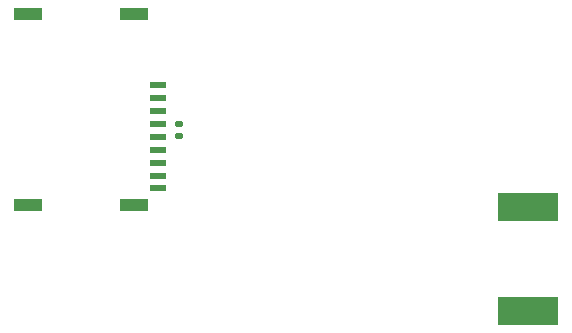
<source format=gbr>
%TF.GenerationSoftware,KiCad,Pcbnew,6.0.11-2627ca5db0~126~ubuntu22.04.1*%
%TF.CreationDate,2023-03-24T18:23:20-04:00*%
%TF.ProjectId,Io,496f2e6b-6963-4616-945f-706362585858,rev?*%
%TF.SameCoordinates,Original*%
%TF.FileFunction,Paste,Bot*%
%TF.FilePolarity,Positive*%
%FSLAX46Y46*%
G04 Gerber Fmt 4.6, Leading zero omitted, Abs format (unit mm)*
G04 Created by KiCad (PCBNEW 6.0.11-2627ca5db0~126~ubuntu22.04.1) date 2023-03-24 18:23:20*
%MOMM*%
%LPD*%
G01*
G04 APERTURE LIST*
G04 Aperture macros list*
%AMRoundRect*
0 Rectangle with rounded corners*
0 $1 Rounding radius*
0 $2 $3 $4 $5 $6 $7 $8 $9 X,Y pos of 4 corners*
0 Add a 4 corners polygon primitive as box body*
4,1,4,$2,$3,$4,$5,$6,$7,$8,$9,$2,$3,0*
0 Add four circle primitives for the rounded corners*
1,1,$1+$1,$2,$3*
1,1,$1+$1,$4,$5*
1,1,$1+$1,$6,$7*
1,1,$1+$1,$8,$9*
0 Add four rect primitives between the rounded corners*
20,1,$1+$1,$2,$3,$4,$5,0*
20,1,$1+$1,$4,$5,$6,$7,0*
20,1,$1+$1,$6,$7,$8,$9,0*
20,1,$1+$1,$8,$9,$2,$3,0*%
G04 Aperture macros list end*
%ADD10R,5.080000X2.420000*%
%ADD11RoundRect,0.140000X-0.170000X0.140000X-0.170000X-0.140000X0.170000X-0.140000X0.170000X0.140000X0*%
%ADD12R,1.400000X0.620000*%
%ADD13R,2.400000X1.100000*%
G04 APERTURE END LIST*
D10*
%TO.C,J8*%
X174365000Y-141540000D03*
X174365000Y-132780000D03*
%TD*%
D11*
%TO.C,C19*%
X144764000Y-125758000D03*
X144764000Y-126718000D03*
%TD*%
D12*
%TO.C,J6*%
X142992000Y-122388000D03*
X142992000Y-123488000D03*
X142992000Y-124588000D03*
X142992000Y-125688000D03*
X142992000Y-126788000D03*
X142992000Y-127888000D03*
X142992000Y-128988000D03*
X142992000Y-130088000D03*
X142992000Y-131188000D03*
D13*
X131992000Y-132568000D03*
X140992000Y-132568000D03*
X140992000Y-116418000D03*
X131992000Y-116418000D03*
%TD*%
M02*

</source>
